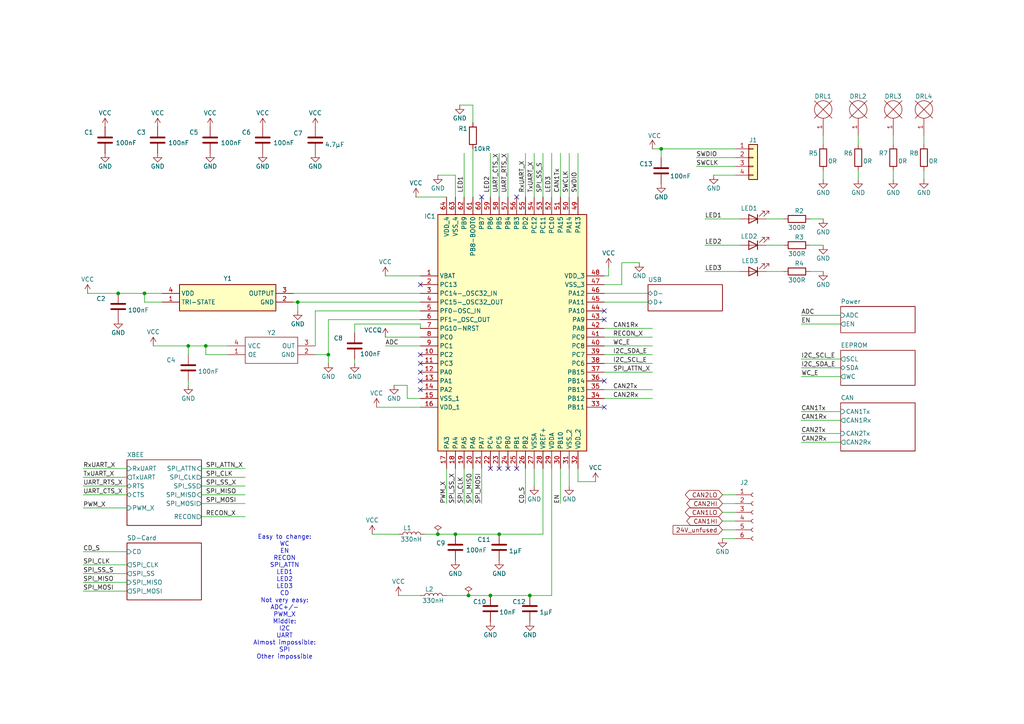
<source format=kicad_sch>
(kicad_sch (version 20250114) (generator "eeschema") (generator_version "9.0")
  (paper "A4")
  (title_block (title "HPF25 Telemetry Board") (date "2025-04-05") (rev "2.0") (company "Metropolia Motorsport") (comment 3 "ikar15012002@gmail.com") (comment 4 "Ivans Karsenieks"))
  (text "Easy to change:\nWC\nEN\nRECON\nSPI_ATTN\nLED1\nLED2\nLED3\nCD\nNot very easy:\nADC+/-\nPWM_X\nMiddle:\nI2C\nUART\nAlmost impossible:\nSPI\nOther impossible" (at 82.55 173.228 0) (effects (font (size 1.27 1.27))))
  (junction (at 153.67 172.72))
  (junction (at 142.24 172.72))
  (junction (at 191.77 43.18))
  (junction (at 132.08 154.94))
  (junction (at 135.89 172.72))
  (junction (at 95.25 102.87))
  (junction (at 86.36 87.63))
  (junction (at 41.91 85.09))
  (junction (at 59.69 100.33))
  (junction (at 54.61 100.33))
  (junction (at 34.29 85.09))
  (junction (at 127 154.94))
  (junction (at 144.78 154.94))
  (no_connect (at 144.78 135.89))
  (no_connect (at 121.92 113.03))
  (no_connect (at 121.92 105.41))
  (no_connect (at 175.26 90.17))
  (no_connect (at 142.24 135.89))
  (no_connect (at 149.86 57.15))
  (no_connect (at 147.32 135.89))
  (no_connect (at 121.92 102.87))
  (no_connect (at 175.26 92.71))
  (no_connect (at 121.92 82.55))
  (no_connect (at 175.26 118.11))
  (no_connect (at 175.26 110.49))
  (no_connect (at 139.7 57.15))
  (no_connect (at 149.86 135.89))
  (no_connect (at 121.92 107.95))
  (no_connect (at 121.92 110.49))
  (wire (pts (xy 157.48 44.45) (xy 157.48 57.15)))
  (wire (pts (xy 118.11 111.76) (xy 114.3 111.76)))
  (wire (pts (xy 232.41 106.68) (xy 243.84 106.68)))
  (wire (pts (xy 58.42 135.89) (xy 71.12 135.89)))
  (wire (pts (xy 175.26 87.63) (xy 187.96 87.63)))
  (wire (pts (xy 59.69 102.87) (xy 66.04 102.87)))
  (wire (pts (xy 115.57 172.72) (xy 121.92 172.72)))
  (wire (pts (xy 102.87 93.98) (xy 102.87 96.52)))
  (wire (pts (xy 176.53 77.47) (xy 176.53 80.01)))
  (wire (pts (xy 175.26 107.95) (xy 189.23 107.95)))
  (wire (pts (xy 58.42 149.86) (xy 71.12 149.86)))
  (wire (pts (xy 121.92 93.98) (xy 121.92 95.25)))
  (wire (pts (xy 259.08 49.53) (xy 259.08 52.07)))
  (wire (pts (xy 154.94 44.45) (xy 154.94 57.15)))
  (wire (pts (xy 137.16 135.89) (xy 137.16 146.05)))
  (wire (pts (xy 120.65 57.15) (xy 129.54 57.15)))
  (wire (pts (xy 58.42 138.43) (xy 71.12 138.43)))
  (wire (pts (xy 134.62 135.89) (xy 134.62 146.05)))
  (wire (pts (xy 191.77 45.72) (xy 191.77 43.18)))
  (wire (pts (xy 135.89 172.72) (xy 142.24 172.72)))
  (wire (pts (xy 137.16 35.56) (xy 137.16 30.48)))
  (wire (pts (xy 209.55 143.51) (xy 213.36 143.51)))
  (wire (pts (xy 232.41 91.44) (xy 243.84 91.44)))
  (wire (pts (xy 86.36 87.63) (xy 86.36 90.17)))
  (wire (pts (xy 46.99 87.63) (xy 41.91 87.63)))
  (wire (pts (xy 176.53 80.01) (xy 175.26 80.01)))
  (wire (pts (xy 232.41 128.27) (xy 243.84 128.27)))
  (wire (pts (xy 58.42 140.97) (xy 71.12 140.97)))
  (wire (pts (xy 123.19 154.94) (xy 127 154.94)))
  (wire (pts (xy 238.76 49.53) (xy 238.76 52.07)))
  (wire (pts (xy 139.7 135.89) (xy 139.7 146.05)))
  (wire (pts (xy 102.87 93.98) (xy 121.92 93.98)))
  (wire (pts (xy 147.32 44.45) (xy 147.32 57.15)))
  (wire (pts (xy 95.25 92.71) (xy 95.25 102.87)))
  (wire (pts (xy 132.08 57.15) (xy 132.08 50.8)))
  (wire (pts (xy 132.08 154.94) (xy 127 154.94)))
  (wire (pts (xy 121.92 90.17) (xy 91.44 90.17)))
  (wire (pts (xy 144.78 44.45) (xy 144.78 57.15)))
  (wire (pts (xy 167.64 139.7) (xy 172.72 139.7)))
  (wire (pts (xy 25.4 85.09) (xy 34.29 85.09)))
  (wire (pts (xy 111.76 97.79) (xy 121.92 97.79)))
  (wire (pts (xy 137.16 43.18) (xy 137.16 57.15)))
  (wire (pts (xy 59.69 100.33) (xy 66.04 100.33)))
  (wire (pts (xy 111.76 80.01) (xy 121.92 80.01)))
  (wire (pts (xy 137.16 30.48) (xy 133.35 30.48)))
  (wire (pts (xy 24.13 166.37) (xy 36.83 166.37)))
  (wire (pts (xy 165.1 44.45) (xy 165.1 57.15)))
  (wire (pts (xy 142.24 44.45) (xy 142.24 57.15)))
  (wire (pts (xy 58.42 146.05) (xy 71.12 146.05)))
  (wire (pts (xy 267.97 39.37) (xy 267.97 41.91)))
  (wire (pts (xy 24.13 160.02) (xy 36.83 160.02)))
  (wire (pts (xy 204.47 63.5) (xy 214.63 63.5)))
  (wire (pts (xy 144.78 154.94) (xy 157.48 154.94)))
  (wire (pts (xy 86.36 87.63) (xy 121.92 87.63)))
  (wire (pts (xy 165.1 135.89) (xy 165.1 140.97)))
  (wire (pts (xy 24.13 135.89) (xy 36.83 135.89)))
  (wire (pts (xy 162.56 135.89) (xy 162.56 146.05)))
  (wire (pts (xy 162.56 44.45) (xy 162.56 57.15)))
  (wire (pts (xy 129.54 172.72) (xy 135.89 172.72)))
  (wire (pts (xy 132.08 135.89) (xy 132.08 146.05)))
  (wire (pts (xy 175.26 95.25) (xy 189.23 95.25)))
  (wire (pts (xy 102.87 104.14) (xy 102.87 105.41)))
  (wire (pts (xy 44.45 100.33) (xy 54.61 100.33)))
  (wire (pts (xy 85.09 87.63) (xy 86.36 87.63)))
  (wire (pts (xy 232.41 93.98) (xy 243.84 93.98)))
  (wire (pts (xy 24.13 147.32) (xy 36.83 147.32)))
  (wire (pts (xy 58.42 143.51) (xy 71.12 143.51)))
  (wire (pts (xy 167.64 135.89) (xy 167.64 139.7)))
  (wire (pts (xy 24.13 168.91) (xy 36.83 168.91)))
  (wire (pts (xy 238.76 39.37) (xy 238.76 41.91)))
  (wire (pts (xy 153.67 172.72) (xy 160.02 172.72)))
  (wire (pts (xy 54.61 100.33) (xy 54.61 102.87)))
  (wire (pts (xy 91.44 90.17) (xy 91.44 100.33)))
  (wire (pts (xy 85.09 85.09) (xy 121.92 85.09)))
  (wire (pts (xy 107.95 154.94) (xy 115.57 154.94)))
  (wire (pts (xy 24.13 140.97) (xy 36.83 140.97)))
  (wire (pts (xy 160.02 135.89) (xy 160.02 172.72)))
  (wire (pts (xy 189.23 43.18) (xy 191.77 43.18)))
  (wire (pts (xy 175.26 113.03) (xy 189.23 113.03)))
  (wire (pts (xy 209.55 156.21) (xy 213.36 156.21)))
  (wire (pts (xy 180.34 82.55) (xy 180.34 76.2)))
  (wire (pts (xy 234.95 71.12) (xy 238.76 71.12)))
  (wire (pts (xy 24.13 171.45) (xy 36.83 171.45)))
  (wire (pts (xy 157.48 154.94) (xy 157.48 135.89)))
  (wire (pts (xy 175.26 82.55) (xy 180.34 82.55)))
  (wire (pts (xy 234.95 78.74) (xy 238.76 78.74)))
  (wire (pts (xy 267.97 49.53) (xy 267.97 52.07)))
  (wire (pts (xy 222.25 71.12) (xy 227.33 71.12)))
  (wire (pts (xy 41.91 85.09) (xy 46.99 85.09)))
  (wire (pts (xy 201.93 45.72) (xy 213.36 45.72)))
  (wire (pts (xy 232.41 119.38) (xy 243.84 119.38)))
  (wire (pts (xy 175.26 100.33) (xy 189.23 100.33)))
  (wire (pts (xy 201.93 48.26) (xy 213.36 48.26)))
  (wire (pts (xy 191.77 43.18) (xy 213.36 43.18)))
  (wire (pts (xy 154.94 135.89) (xy 154.94 140.97)))
  (wire (pts (xy 209.55 148.59) (xy 213.36 148.59)))
  (wire (pts (xy 24.13 143.51) (xy 36.83 143.51)))
  (wire (pts (xy 209.55 146.05) (xy 213.36 146.05)))
  (wire (pts (xy 134.62 44.45) (xy 134.62 57.15)))
  (wire (pts (xy 222.25 63.5) (xy 227.33 63.5)))
  (wire (pts (xy 121.92 92.71) (xy 95.25 92.71)))
  (wire (pts (xy 232.41 125.73) (xy 243.84 125.73)))
  (wire (pts (xy 232.41 121.92) (xy 243.84 121.92)))
  (wire (pts (xy 24.13 138.43) (xy 36.83 138.43)))
  (wire (pts (xy 248.92 49.53) (xy 248.92 52.07)))
  (wire (pts (xy 152.4 135.89) (xy 152.4 146.05)))
  (wire (pts (xy 213.36 50.8) (xy 207.01 50.8)))
  (wire (pts (xy 121.92 115.57) (xy 118.11 115.57)))
  (wire (pts (xy 111.76 100.33) (xy 121.92 100.33)))
  (wire (pts (xy 209.55 153.67) (xy 213.36 153.67)))
  (wire (pts (xy 91.44 102.87) (xy 95.25 102.87)))
  (wire (pts (xy 204.47 71.12) (xy 214.63 71.12)))
  (wire (pts (xy 167.64 44.45) (xy 167.64 57.15)))
  (wire (pts (xy 34.29 85.09) (xy 41.91 85.09)))
  (wire (pts (xy 118.11 115.57) (xy 118.11 111.76)))
  (wire (pts (xy 41.91 87.63) (xy 41.91 85.09)))
  (wire (pts (xy 132.08 50.8) (xy 127 50.8)))
  (wire (pts (xy 180.34 76.2) (xy 185.42 76.2)))
  (wire (pts (xy 175.26 115.57) (xy 189.23 115.57)))
  (wire (pts (xy 175.26 102.87) (xy 189.23 102.87)))
  (wire (pts (xy 232.41 109.22) (xy 243.84 109.22)))
  (wire (pts (xy 175.26 97.79) (xy 189.23 97.79)))
  (wire (pts (xy 59.69 100.33) (xy 59.69 102.87)))
  (wire (pts (xy 204.47 78.74) (xy 214.63 78.74)))
  (wire (pts (xy 95.25 102.87) (xy 95.25 105.41)))
  (wire (pts (xy 222.25 78.74) (xy 227.33 78.74)))
  (wire (pts (xy 248.92 39.37) (xy 248.92 41.91)))
  (wire (pts (xy 129.54 146.05) (xy 129.54 135.89)))
  (wire (pts (xy 160.02 44.45) (xy 160.02 57.15)))
  (wire (pts (xy 54.61 100.33) (xy 59.69 100.33)))
  (wire (pts (xy 232.41 104.14) (xy 243.84 104.14)))
  (wire (pts (xy 132.08 154.94) (xy 144.78 154.94)))
  (wire (pts (xy 209.55 151.13) (xy 213.36 151.13)))
  (wire (pts (xy 175.26 105.41) (xy 189.23 105.41)))
  (wire (pts (xy 142.24 172.72) (xy 153.67 172.72)))
  (wire (pts (xy 24.13 163.83) (xy 36.83 163.83)))
  (wire (pts (xy 175.26 85.09) (xy 187.96 85.09)))
  (wire (pts (xy 152.4 44.45) (xy 152.4 57.15)))
  (wire (pts (xy 109.22 118.11) (xy 121.92 118.11)))
  (wire (pts (xy 259.08 39.37) (xy 259.08 41.91)))
  (wire (pts (xy 54.61 110.49) (xy 54.61 111.76)))
  (wire (pts (xy 234.95 63.5) (xy 238.76 63.5)))
  (label "SPI_ATTN_X" (at 177.8 107.95 0))
  (label "RECON_X" (at 177.8 97.79 0))
  (label "LED3" (at 204.47 78.74 0))
  (label "CAN2Rx" (at 232.41 128.27 0))
  (label "UART_CTS_X" (at 24.13 143.51 0))
  (label "TxUART_X" (at 154.94 55.88 90))
  (label "CD_S" (at 152.4 146.05 90))
  (label "CD_S" (at 24.13 160.02 0))
  (label "CAN1Rx" (at 232.41 121.92 0))
  (label "LED2" (at 142.24 55.88 90))
  (label "SWDIO" (at 167.64 55.88 90))
  (label "UART_RTS_X" (at 24.13 140.97 0))
  (label "CAN1Tx" (at 232.41 119.38 0))
  (label "UART_CTS_X" (at 144.78 55.88 90))
  (label "SPI_CLK" (at 134.62 146.05 90))
  (label "TxUART_X" (at 24.13 138.43 0))
  (label "RxUART_X" (at 24.13 135.89 0))
  (label "CAN2Tx" (at 232.41 125.73 0))
  (label "CAN1Rx" (at 177.8 95.25 0))
  (label "SPI_CLK" (at 59.69 138.43 0))
  (label "I2C_SDA_E" (at 232.41 106.68 0))
  (label "SWCLK" (at 201.93 48.26 0))
  (label "I2C_SDA_E" (at 177.8 102.87 0))
  (label "SWDIO" (at 201.93 45.72 0))
  (label "SPI_ATTN_X" (at 59.69 135.89 0))
  (label "ADC" (at 111.76 100.33 0))
  (label "LED3" (at 160.02 55.88 90))
  (label "SPI_SS_S" (at 157.48 55.88 90))
  (label "RECON_X" (at 59.69 149.86 0))
  (label "SPI_MISO" (at 137.16 146.05 90))
  (label "WC_E" (at 232.41 109.22 0))
  (label "EN" (at 232.41 93.98 0))
  (label "SPI_CLK" (at 24.13 163.83 0))
  (label "CAN2Rx" (at 177.8 115.57 0))
  (label "SPI_MISO" (at 24.13 168.91 0))
  (label "PWM_X" (at 129.54 146.05 90))
  (label "ADC" (at 232.41 91.44 0))
  (label "LED2" (at 204.47 71.12 0))
  (label "I2C_SCL_E" (at 177.8 105.41 0))
  (label "SPI_MOSI" (at 139.7 146.05 90))
  (label "SPI_MISO" (at 59.69 143.51 0))
  (label "SPI_SS_S" (at 24.13 166.37 0))
  (label "UART_RTS_X" (at 147.32 55.88 90))
  (label "EN" (at 162.56 146.05 90))
  (label "RxUART_X" (at 152.4 55.88 90))
  (label "LED1" (at 204.47 63.5 0))
  (label "CAN1Tx" (at 162.56 55.88 90))
  (label "SPI_MOSI" (at 59.69 146.05 0))
  (label "I2C_SCL_E" (at 232.41 104.14 0))
  (label "SPI_SS_X" (at 132.08 146.05 90))
  (label "SPI_MOSI" (at 24.13 171.45 0))
  (label "CAN2Tx" (at 177.8 113.03 0))
  (label "LED1" (at 134.62 55.88 90))
  (label "PWM_X" (at 24.13 147.32 0))
  (label "WC_E" (at 177.8 100.33 0))
  (label "SPI_SS_X" (at 59.69 140.97 0))
  (label "SWCLK" (at 165.1 55.88 90))
  (global_label "CAN1HI" (shape bidirectional) (at 209.55 151.13 180) (property "Intersheetrefs" "${INTERSHEET_REFS}" (effects (hide yes))))
  (global_label "CAN1LO" (shape bidirectional) (at 209.55 148.59 180) (property "Intersheetrefs" "${INTERSHEET_REFS}" (effects (hide yes))))
  (global_label "CAN2HI" (shape bidirectional) (at 209.55 146.05 180) (property "Intersheetrefs" "${INTERSHEET_REFS}" (effects (hide yes))))
  (global_label "CAN2LO" (shape bidirectional) (at 209.55 143.51 180) (property "Intersheetrefs" "${INTERSHEET_REFS}" (effects (hide yes))))
  (global_label "24V_unfused" (shape input) (at 209.55 153.67 180) (property "Intersheetrefs" "${INTERSHEET_REFS}" (effects (hide yes))))
  (symbol (lib_id "ECS-327MVATX-3-CN-TR3:ECS-327MVATX-3-CN-TR3") (at 46.99 85.09 0) (unit 1)
    (property "Reference" "Y1" (at 66.04 80.772 0))
    (property "Value" "ECS-327MVATX-3-CN-TR3" (effects (hide yes)))
    (property "Footprint" "Oscillator:ECS327MVATX3CNTR" (effects (hide yes)))
    (property "Datasheet" "https://ecsxtal.com/store/pdf/ECS-327MVATX.pdf" (effects (hide yes)))
    (property "Description" "Standard Clock Oscillators 32.768KHZ, MULTI-VOLT, 1.6 3.63V, +/-25 ppm, -40 +85 C, 3.2 x 2.5 mm, RoHS" (effects (hide yes)))
    (property "Height" "1.2" (effects (hide yes)))
    (property "Mouser Part Number" "520-327MVATX-3-CNTR3" (effects (hide yes)))
    (property "Mouser Price/Stock" "https://www.mouser.co.uk/ProductDetail/ECS/ECS-327MVATX-3-CN-TR3?qs=7D1LtPJG0i3L3MR3fxRPfQ%3D%3D" (effects (hide yes)))
    (property "Manufacturer_Name" "ECS" (effects (hide yes)))
    (property "Manufacturer_Part_Number" "ECS-327MVATX-3-CN-TR3" (effects (hide yes)))
  )
  (symbol (lib_id "Device:L") (at 119.38 154.94 90) (unit 1)
    (property "Reference" "L1" (at 119.38 152.4 90) (effects (justify left bottom)))
    (property "Value" "330nH" (at 122.428 155.702 90) (effects (justify left bottom)))
    (property "Footprint" "Inductor_SMD:L_0805_2012Metric_Pad1.15x1.40mm_HandSolder" (effects (hide yes)))
    (property "Description" "BDCC00201208R33MWA" (effects (hide yes)))
    (property "SHIELDING" "Shielded" (effects (hide yes)))
    (property "TEST FREQUENCY" "2MHz" (effects (hide yes)))
    (property "MIN OPERATING TEMPERATURE" "-40°C" (effects (hide yes)))
    (property "TOLERANCE" "20%" (effects (hide yes)))
    (property "DC RESISTANCE (DCR)" "24mR" (effects (hide yes)))
    (property "MAX OPERATING TEMPERATURE" "125°C" (effects (hide yes)))
    (property "TERMINATION" "One Surface" (effects (hide yes)))
    (property "CORE MATERIAL" "Ferrite" (effects (hide yes)))
    (property "CHANNELS" "1" (effects (hide yes)))
    (property "INDUCTANCE-NOM (L)" "0.33uH" (effects (hide yes)))
    (property "INDUCTOR APPLICATION" "RF INDUCTOR" (effects (hide yes)))
    (property "INDUCTOR TYPE" "GENERAL PURPOSE INDUCTOR" (effects (hide yes)))
    (property "MAX CURRENT RATING" "4A" (effects (hide yes)))
    (property "PINS" "2" (effects (hide yes)))
    (property "REACH SVHC COMPLIANT" "Yes" (effects (hide yes)))
    (property "ROHS COMPLIANT" "Yes" (effects (hide yes)))
    (property "SHAPE/SIZE DESCRIPTION" "RECTANGULAR PACKAGE" (effects (hide yes)))
    (property "SURFACE MOUNT" "Yes" (effects (hide yes)))
    (property "TERMINAL PLACEMENT" "Dual Ended" (effects (hide yes)))
    (property "ALTIUM_VALUE" "330nH" (effects (hide yes)))
  )
  (symbol (lib_name "VCC_1") (lib_id "power:VCC") (at 44.45 100.33 0) (unit 1)
    (property "Reference" "#PWR05" (effects (hide yes)))
    (property "Value" "VCC" (at 44.45 96.266 0))
    (property "Description" "Power symbol creates a global label with name \"VCC\"" (effects (hide yes)))
  )
  (symbol (lib_name "VCC_1") (lib_id "power:VCC") (at 109.22 118.11 0) (unit 1)
    (property "Reference" "#PWR019" (effects (hide yes)))
    (property "Value" "VCC" (at 109.22 114.046 0))
    (property "Description" "Power symbol creates a global label with name \"VCC\"" (effects (hide yes)))
  )
  (symbol (lib_id "motorsport_MCU-rescue:HOLE4.28.4-general") (at 248.92 31.75 0) (unit 1)
    (property "Reference" "DRL2" (at 246.38 27.94 0) (effects (justify left)))
    (property "Value" "HOLE4.28.4" (effects (hide yes)))
    (property "Footprint" "MountingHole:MountingHole_2.2mm_M2_Pad" (effects (hide yes)))
  )
  (symbol (lib_id "power:GND") (at 86.36 90.17 0) (unit 1)
    (property "Reference" "#PWR013" (effects (hide yes)))
    (property "Value" "GND" (at 86.36 93.98 0))
    (property "Description" "Power symbol creates a global label with name \"GND\" , ground" (effects (hide yes)))
  )
  (symbol (lib_name "VCC_1") (lib_id "power:VCC") (at 60.96 36.83 0) (unit 1)
    (property "Reference" "#PWR09" (effects (hide yes)))
    (property "Value" "VCC" (at 60.96 32.766 0))
    (property "Description" "Power symbol creates a global label with name \"VCC\"" (effects (hide yes)))
  )
  (symbol (lib_id "Device:C") (at 142.24 176.53 0) (unit 1)
    (property "Reference" "C10" (at 137.16 175.26 0) (effects (justify left bottom)))
    (property "Value" "10nF" (at 144.78 178.308 0) (effects (justify left bottom)))
    (property "Footprint" "Capacitor_SMD:C_0805_2012Metric_Pad1.18x1.45mm_HandSolder" (effects (hide yes)))
    (property "Description" "C0805C103KARACAUTO" (effects (hide yes)))
    (property "HEIGHT" "0.78mm" (effects (hide yes)))
    (property "MIN OPERATING TEMPERATURE" "-55°C" (effects (hide yes)))
    (property "LENGTH" "2mm" (effects (hide yes)))
    (property "MAX OPERATING TEMPERATURE" "125°C" (effects (hide yes)))
    (property "CASE/PACKAGE" "0805" (effects (hide yes)))
    (property "WIDTH" "1.25mm" (effects (hide yes)))
    (property "PACKAGING" "Tape and Reel" (effects (hide yes)))
    (property "CAPACITOR TYPE" "Ceramic" (effects (hide yes)))
    (property "DIELECTRIC MATERIAL" "Ceramic" (effects (hide yes)))
    (property "JESD-609 CODE" "e3" (effects (hide yes)))
    (property "MOUNTING TECHNOLOGY" "Surface Mount" (effects (hide yes)))
    (property "MULTILAYER" "Yes" (effects (hide yes)))
    (property "PACKAGE SHAPE" "Rectangular" (effects (hide yes)))
    (property "PACKAGE STYLE" "SMTMeter" (effects (hide yes)))
    (property "PINS" "2" (effects (hide yes)))
    (property "RATED DC VOLTAGE (URDC)" "250V" (effects (hide yes)))
    (property "REACH SVHC COMPLIANT" "Yes" (effects (hide yes)))
    (property "REFERENCE STANDARD" "AEC-Q200" (effects (hide yes)))
    (property "ROHS COMPLIANT" "Yes" (effects (hide yes)))
    (property "TEMPERATURE CHARACTERISTICS CODE" "X7R" (effects (hide yes)))
    (property "TERMINAL FINISH" "Nickel" (effects (hide yes)))
    (property "TERMINATION" "Wraparound" (effects (hide yes)))
    (property "TOLERANCE  (FILL IN AS +-)" "10%" (effects (hide yes)))
    (property "TOLERANCE (FILL IN AS +-)" "10%" (effects (hide yes)))
    (property "ALTIUM_VALUE" "10nF" (effects (hide yes)))
  )
  (symbol (lib_id "Device:R") (at 267.97 45.72 180) (unit 1)
    (property "Reference" "R8" (at 266.446 44.45 0) (effects (justify left)))
    (property "Value" "0R" (at 272.034 46.736 0) (effects (justify left)))
    (property "Footprint" "Resistor_SMD:R_0805_2012Metric_Pad1.20x1.40mm_HandSolder" (effects (hide yes)))
  )
  (symbol (lib_id "Device:C") (at 91.44 40.64 0) (unit 1)
    (property "Reference" "C7" (at 85.09 39.37 0) (effects (justify left bottom)))
    (property "Value" "4.7µF" (at 94.234 42.672 0) (effects (justify left bottom)))
    (property "Footprint" "Capacitor_SMD:C_0805_2012Metric_Pad1.18x1.45mm_HandSolder" (effects (hide yes)))
    (property "Description" "GRM21BZ71H475KE15L" (effects (hide yes)))
    (property "ALTIUM_VALUE" "4.7µF" (effects (hide yes)))
    (property "CAPACITOR TYPE" "Ceramic" (effects (hide yes)))
    (property "CASE/PACKAGE" "0805" (effects (hide yes)))
    (property "DIELECTRIC MATERIAL" "Ceramic" (effects (hide yes)))
    (property "JESD-609 CODE" "e3" (effects (hide yes)))
    (property "MAX OPERATING TEMPERATURE" "125°C" (effects (hide yes)))
    (property "MIN OPERATING TEMPERATURE" "-55°C" (effects (hide yes)))
    (property "MOUNTING TECHNOLOGY" "Surface Mount" (effects (hide yes)))
    (property "MULTILAYER" "Yes" (effects (hide yes)))
    (property "PACKAGE SHAPE" "Rectangular" (effects (hide yes)))
    (property "PACKAGING" "Tape and Reel" (effects (hide yes)))
    (property "PINS" "2" (effects (hide yes)))
    (property "RATED DC VOLTAGE (URDC)" "50V" (effects (hide yes)))
    (property "REACH SVHC COMPLIANT" "Yes" (effects (hide yes)))
    (property "ROHS COMPLIANT" "Yes" (effects (hide yes)))
    (property "TEMPERATURE CHARACTERISTICS CODE" "X7R" (effects (hide yes)))
    (property "TERMINAL FINISH" "Nickel" (effects (hide yes)))
    (property "TERMINATION" "Wraparound" (effects (hide yes)))
    (property "TOLERANCE  (FILL IN AS +-)" "10%" (effects (hide yes)))
    (property "TOLERANCE (FILL IN AS +-)" "10%" (effects (hide yes)))
  )
  (symbol (lib_id "Device:R") (at 231.14 78.74 90) (unit 1)
    (property "Reference" "R4" (at 233.172 75.692 90) (effects (justify left bottom)))
    (property "Value" "300R" (at 233.68 80.518 90) (effects (justify left bottom)))
    (property "Footprint" "Resistor_SMD:R_0805_2012Metric_Pad1.20x1.40mm_HandSolder" (effects (hide yes)))
    (property "Description" "ESR10EZPJ301" (effects (hide yes)))
    (property "TEMPERATURE COEFFICIENT" "200ppm/°C" (effects (hide yes)))
    (property "MAX POWER DISSIPATION" "400mW" (effects (hide yes)))
    (property "MAX OPERATING TEMPERATURE" "155°C" (effects (hide yes)))
    (property "CASE CODE (METRIC)" "2012" (effects (hide yes)))
    (property "HEIGHT - SEATED (MAX)" "0.026inch" (effects (hide yes)))
    (property "CASE CODE (IMPERIAL)" "0805" (effects (hide yes)))
    (property "POWER RATING" "400mW" (effects (hide yes)))
    (property "TOLERANCE" "5%" (effects (hide yes)))
    (property "SIZE CODE" "0805" (effects (hide yes)))
    (property "SERIES" "ESR" (effects (hide yes)))
    (property "ROHS COMPLIANT" "Yes" (effects (hide yes)))
    (property "FEATURES" "Automotive AEC-Q200" (effects (hide yes)))
    (property "MIN OPERATING TEMPERATURE" "-55°C" (effects (hide yes)))
    (property "CASE/PACKAGE" "0805" (effects (hide yes)))
    (property "LENGTH" "0.079inch" (effects (hide yes)))
    (property "NUMBER OF TERMINATIONS" "2" (effects (hide yes)))
    (property "RESISTOR TYPE" "Thick Film" (effects (hide yes)))
    (property "WIDTH" "0.049inch" (effects (hide yes)))
    (property "LEAD FREE" "Lead Free" (effects (hide yes)))
    (property "RESISTANCE" "300R" (effects (hide yes)))
    (property "PACKAGE QUANTITY" "1" (effects (hide yes)))
    (property "PACKAGING" "Tape and Reel" (effects (hide yes)))
    (property "HEIGHT" "0.026inch" (effects (hide yes)))
    (property "ALTIUM_VALUE" "300R" (effects (hide yes)))
  )
  (symbol (lib_name "VCC_5") (lib_id "power:VCC") (at 189.23 43.18 0) (unit 1)
    (property "Reference" "#PWR036" (effects (hide yes)))
    (property "Value" "VCC" (at 191.77 39.37 0) (effects (justify right)))
    (property "Description" "Power symbol creates a global label with name \"VCC\"" (effects (hide yes)))
  )
  (symbol (lib_id "motorsport_MCU-rescue:HOLE4.28.4-general") (at 238.76 31.75 0) (unit 1)
    (property "Reference" "DRL1" (at 236.22 27.94 0) (effects (justify left)))
    (property "Value" "HOLE4.28.4" (effects (hide yes)))
    (property "Footprint" "MountingHole:MountingHole_2.2mm_M2_Pad" (effects (hide yes)))
  )
  (symbol (lib_name "VCC_1") (lib_id "power:VCC") (at 45.72 36.83 0) (unit 1)
    (property "Reference" "#PWR06" (effects (hide yes)))
    (property "Value" "VCC" (at 45.72 32.766 0))
    (property "Description" "Power symbol creates a global label with name \"VCC\"" (effects (hide yes)))
  )
  (symbol (lib_id "motorsport_MCU-rescue:HOLE4.28.4-general") (at 267.97 31.75 0) (unit 1)
    (property "Reference" "DRL4" (at 265.43 27.94 0) (effects (justify left)))
    (property "Value" "HOLE4.28.4" (effects (hide yes)))
    (property "Footprint" "MountingHole:MountingHole_2.2mm_M2_Pad" (effects (hide yes)))
  )
  (symbol (lib_id "power:GND") (at 267.97 52.07 0) (unit 1)
    (property "Reference" "#PWR046" (effects (hide yes)))
    (property "Value" "GND" (at 267.97 55.88 0))
  )
  (symbol (lib_id "power:GND") (at 191.77 53.34 0) (unit 1)
    (property "Reference" "#PWR037" (effects (hide yes)))
    (property "Value" "GND" (at 191.77 57.15 0))
    (property "Description" "Power symbol creates a global label with name \"GND\" , ground" (effects (hide yes)))
  )
  (symbol (lib_name "VCC_1") (lib_id "power:VCC") (at 115.57 172.72 0) (unit 1)
    (property "Reference" "#PWR023" (effects (hide yes)))
    (property "Value" "VCC" (at 115.57 168.656 0))
    (property "Description" "Power symbol creates a global label with name \"VCC\"" (effects (hide yes)))
  )
  (symbol (lib_name "VCC_1") (lib_id "power:VCC") (at 91.44 36.83 0) (unit 1)
    (property "Reference" "#PWR014" (effects (hide yes)))
    (property "Value" "VCC" (at 91.44 32.766 0))
    (property "Description" "Power symbol creates a global label with name \"VCC\"" (effects (hide yes)))
  )
  (symbol (lib_name "VCC_1") (lib_id "power:VCC") (at 107.95 154.94 0) (unit 1)
    (property "Reference" "#PWR018" (effects (hide yes)))
    (property "Value" "VCC" (at 107.95 150.876 0))
    (property "Description" "Power symbol creates a global label with name \"VCC\"" (effects (hide yes)))
  )
  (symbol (lib_id "Device:C") (at 191.77 49.53 0) (unit 1)
    (property "Reference" "C13" (at 185.42 48.26 0) (effects (justify left bottom)))
    (property "Value" "100nF" (at 194.31 51.816 0) (effects (justify left bottom)))
    (property "Footprint" "Capacitor_SMD:C_0805_2012Metric_Pad1.18x1.45mm_HandSolder" (effects (hide yes)))
    (property "Description" "08055C104KAT4A" (effects (hide yes)))
    (property "HEIGHT" "0.94mm" (effects (hide yes)))
    (property "ALTIUM_VALUE" "100nF" (effects (hide yes)))
    (property "CAPACITOR TYPE" "Ceramic" (effects (hide yes)))
    (property "CASE/PACKAGE" "0805" (effects (hide yes)))
    (property "DIELECTRIC MATERIAL" "Ceramic" (effects (hide yes)))
    (property "JESD-609 CODE" "e3" (effects (hide yes)))
    (property "LENGTH" "2.01mm" (effects (hide yes)))
    (property "MAX OPERATING TEMPERATURE" "125°C" (effects (hide yes)))
    (property "MIN OPERATING TEMPERATURE" "-55°C" (effects (hide yes)))
    (property "MOUNTING TECHNOLOGY" "Surface Mount" (effects (hide yes)))
    (property "MULTILAYER" "Yes" (effects (hide yes)))
    (property "PACKAGE SHAPE" "Rectangular" (effects (hide yes)))
    (property "PACKAGE STYLE" "SMTMeter" (effects (hide yes)))
    (property "PACKAGING" "Tape and Reel" (effects (hide yes)))
    (property "PINS" "2" (effects (hide yes)))
    (property "RATED DC VOLTAGE (URDC)" "50V" (effects (hide yes)))
    (property "REACH SVHC COMPLIANT" "Yes" (effects (hide yes)))
    (property "ROHS COMPLIANT" "Yes" (effects (hide yes)))
    (property "TEMPERATURE CHARACTERISTICS CODE" "X7R" (effects (hide yes)))
    (property "TERMINAL FINISH" "Nickel" (effects (hide yes)))
    (property "TERMINATION" "Wraparound" (effects (hide yes)))
    (property "TOLERANCE  (FILL IN AS +-)" "10%" (effects (hide yes)))
    (property "TOLERANCE (FILL IN AS +-)" "10%" (effects (hide yes)))
    (property "WIDTH" "1.25mm" (effects (hide yes)))
  )
  (symbol (lib_id "power:GND") (at 34.29 92.71 0) (unit 1)
    (property "Reference" "#PWR04" (effects (hide yes)))
    (property "Value" "GND" (at 34.29 96.52 0))
    (property "Description" "Power symbol creates a global label with name \"GND\" , ground" (effects (hide yes)))
  )
  (symbol (lib_id "Device:C") (at 54.61 106.68 0) (unit 1)
    (property "Reference" "C4" (at 48.26 105.156 0) (effects (justify left bottom)))
    (property "Value" "100nF" (at 57.404 108.458 0) (effects (justify left bottom)))
    (property "Footprint" "Capacitor_SMD:C_0805_2012Metric_Pad1.18x1.45mm_HandSolder" (effects (hide yes)))
    (property "Description" "08055C104KAT4A" (effects (hide yes)))
    (property "HEIGHT" "0.94mm" (effects (hide yes)))
    (property "ALTIUM_VALUE" "100nF" (effects (hide yes)))
    (property "CAPACITOR TYPE" "Ceramic" (effects (hide yes)))
    (property "CASE/PACKAGE" "0805" (effects (hide yes)))
    (property "DIELECTRIC MATERIAL" "Ceramic" (effects (hide yes)))
    (property "JESD-609 CODE" "e3" (effects (hide yes)))
    (property "LENGTH" "2.01mm" (effects (hide yes)))
    (property "MAX OPERATING TEMPERATURE" "125°C" (effects (hide yes)))
    (property "MIN OPERATING TEMPERATURE" "-55°C" (effects (hide yes)))
    (property "MOUNTING TECHNOLOGY" "Surface Mount" (effects (hide yes)))
    (property "MULTILAYER" "Yes" (effects (hide yes)))
    (property "PACKAGE SHAPE" "Rectangular" (effects (hide yes)))
    (property "PACKAGE STYLE" "SMTMeter" (effects (hide yes)))
    (property "PACKAGING" "Tape and Reel" (effects (hide yes)))
    (property "PINS" "2" (effects (hide yes)))
    (property "RATED DC VOLTAGE (URDC)" "50V" (effects (hide yes)))
    (property "REACH SVHC COMPLIANT" "Yes" (effects (hide yes)))
    (property "ROHS COMPLIANT" "Yes" (effects (hide yes)))
    (property "TEMPERATURE CHARACTERISTICS CODE" "X7R" (effects (hide yes)))
    (property "TERMINAL FINISH" "Nickel" (effects (hide yes)))
    (property "TERMINATION" "Wraparound" (effects (hide yes)))
    (property "TOLERANCE  (FILL IN AS +-)" "10%" (effects (hide yes)))
    (property "TOLERANCE (FILL IN AS +-)" "10%" (effects (hide yes)))
    (property "WIDTH" "1.25mm" (effects (hide yes)))
  )
  (symbol (lib_id "power:GND") (at 207.01 50.8 0) (unit 1)
    (property "Reference" "#PWR038" (effects (hide yes)))
    (property "Value" "GND" (at 207.01 54.61 0))
    (property "Description" "Power symbol creates a global label with name \"GND\" , ground" (effects (hide yes)))
  )
  (symbol (lib_id "Device:C") (at 144.78 158.75 0) (unit 1)
    (property "Reference" "C11" (at 138.43 157.226 0) (effects (justify left bottom)))
    (property "Value" "1µF" (at 147.574 160.528 0) (effects (justify left bottom)))
    (property "Footprint" "Capacitor_SMD:C_0805_2012Metric_Pad1.18x1.45mm_HandSolder" (effects (hide yes)))
    (property "Description" "08053C105KAZ2A" (effects (hide yes)))
    (property "MAX OPERATING TEMPERATURE" "125°C" (effects (hide yes)))
    (property "CASE/PACKAGE" "0805" (effects (hide yes)))
    (property "PACKAGING" "Tape and Reel" (effects (hide yes)))
    (property "MIN OPERATING TEMPERATURE" "-55°C" (effects (hide yes)))
    (property "CAPACITOR TYPE" "Ceramic" (effects (hide yes)))
    (property "DIELECTRIC MATERIAL" "Ceramic" (effects (hide yes)))
    (property "HEIGHT" "1.4mm" (effects (hide yes)))
    (property "JESD-609 CODE" "e3" (effects (hide yes)))
    (property "LENGTH" "2.01mm" (effects (hide yes)))
    (property "MOUNTING TECHNOLOGY" "Surface Mount" (effects (hide yes)))
    (property "MULTILAYER" "Yes" (effects (hide yes)))
    (property "PACKAGE SHAPE" "Rectangular" (effects (hide yes)))
    (property "PACKAGE STYLE" "SMTMeter" (effects (hide yes)))
    (property "PINS" "2" (effects (hide yes)))
    (property "RATED DC VOLTAGE (URDC)" "25V" (effects (hide yes)))
    (property "REACH SVHC COMPLIANT" "Yes" (effects (hide yes)))
    (property "REFERENCE STANDARD" "AEC-Q200" (effects (hide yes)))
    (property "ROHS COMPLIANT" "Yes" (effects (hide yes)))
    (property "TEMPERATURE CHARACTERISTICS CODE" "X7R" (effects (hide yes)))
    (property "TERMINAL FINISH" "Nickel" (effects (hide yes)))
    (property "TERMINATION" "Wraparound" (effects (hide yes)))
    (property "TOLERANCE  (FILL IN AS +-)" "10%" (effects (hide yes)))
    (property "TOLERANCE (FILL IN AS +-)" "10%" (effects (hide yes)))
    (property "ALTIUM_VALUE" "1µF" (effects (hide yes)))
    (property "WIDTH" "1.25mm" (effects (hide yes)))
  )
  (symbol (lib_id "Telemetry-Board-rescue:GND-power-Telemetry-Board-rescue-Telemetry-Board-rescue") (at 144.78 162.56 0) (unit 1)
    (property "Reference" "#PWR029" (effects (hide yes)))
    (property "Value" "GND" (at 144.78 166.37 0))
  )
  (symbol (lib_id "Device:C") (at 30.48 40.64 0) (unit 1)
    (property "Reference" "C1" (at 24.384 39.116 0) (effects (justify left bottom)))
    (property "Value" "100nF" (at 33.528 42.164 0) (effects (justify left bottom)))
    (property "Footprint" "Capacitor_SMD:C_0805_2012Metric_Pad1.18x1.45mm_HandSolder" (effects (hide yes)))
    (property "Description" "08055C104KAT4A" (effects (hide yes)))
    (property "HEIGHT" "0.94mm" (effects (hide yes)))
    (property "ALTIUM_VALUE" "100nF" (effects (hide yes)))
    (property "CAPACITOR TYPE" "Ceramic" (effects (hide yes)))
    (property "CASE/PACKAGE" "0805" (effects (hide yes)))
    (property "DIELECTRIC MATERIAL" "Ceramic" (effects (hide yes)))
    (property "JESD-609 CODE" "e3" (effects (hide yes)))
    (property "LENGTH" "2.01mm" (effects (hide yes)))
    (property "MAX OPERATING TEMPERATURE" "125°C" (effects (hide yes)))
    (property "MIN OPERATING TEMPERATURE" "-55°C" (effects (hide yes)))
    (property "MOUNTING TECHNOLOGY" "Surface Mount" (effects (hide yes)))
    (property "MULTILAYER" "Yes" (effects (hide yes)))
    (property "PACKAGE SHAPE" "Rectangular" (effects (hide yes)))
    (property "PACKAGE STYLE" "SMTMeter" (effects (hide yes)))
    (property "PACKAGING" "Tape and Reel" (effects (hide yes)))
    (property "PINS" "2" (effects (hide yes)))
    (property "RATED DC VOLTAGE (URDC)" "50V" (effects (hide yes)))
    (property "REACH SVHC COMPLIANT" "Yes" (effects (hide yes)))
    (property "ROHS COMPLIANT" "Yes" (effects (hide yes)))
    (property "TEMPERATURE CHARACTERISTICS CODE" "X7R" (effects (hide yes)))
    (property "TERMINAL FINISH" "Nickel" (effects (hide yes)))
    (property "TERMINATION" "Wraparound" (effects (hide yes)))
    (property "TOLERANCE  (FILL IN AS +-)" "10%" (effects (hide yes)))
    (property "TOLERANCE (FILL IN AS +-)" "10%" (effects (hide yes)))
    (property "WIDTH" "1.25mm" (effects (hide yes)))
  )
  (symbol (lib_id "power:PWR_FLAG") (at 127 154.94 0) (unit 1)
    (property "Reference" "#FLG01" (effects (hide yes)))
    (property "Value" "PWR_FLAG" (effects (hide yes)))
    (property "Description" "Special symbol for telling ERC where power comes from" (effects (hide yes)))
  )
  (symbol (lib_name "VCC_1") (lib_id "power:VCC") (at 111.76 80.01 0) (unit 1)
    (property "Reference" "#PWR020" (effects (hide yes)))
    (property "Value" "VCC" (at 111.76 75.946 0))
    (property "Description" "Power symbol creates a global label with name \"VCC\"" (effects (hide yes)))
  )
  (symbol (lib_id "Device:R") (at 231.14 71.12 90) (unit 1)
    (property "Reference" "R3" (at 233.172 68.072 90) (effects (justify left bottom)))
    (property "Value" "300R" (at 233.68 72.898 90) (effects (justify left bottom)))
    (property "Footprint" "Resistor_SMD:R_0805_2012Metric_Pad1.20x1.40mm_HandSolder" (effects (hide yes)))
    (property "Description" "ESR10EZPJ301" (effects (hide yes)))
    (property "TEMPERATURE COEFFICIENT" "200ppm/°C" (effects (hide yes)))
    (property "MAX POWER DISSIPATION" "400mW" (effects (hide yes)))
    (property "MAX OPERATING TEMPERATURE" "155°C" (effects (hide yes)))
    (property "CASE CODE (METRIC)" "2012" (effects (hide yes)))
    (property "HEIGHT - SEATED (MAX)" "0.026inch" (effects (hide yes)))
    (property "CASE CODE (IMPERIAL)" "0805" (effects (hide yes)))
    (property "POWER RATING" "400mW" (effects (hide yes)))
    (property "TOLERANCE" "5%" (effects (hide yes)))
    (property "SIZE CODE" "0805" (effects (hide yes)))
    (property "SERIES" "ESR" (effects (hide yes)))
    (property "ROHS COMPLIANT" "Yes" (effects (hide yes)))
    (property "FEATURES" "Automotive AEC-Q200" (effects (hide yes)))
    (property "MIN OPERATING TEMPERATURE" "-55°C" (effects (hide yes)))
    (property "CASE/PACKAGE" "0805" (effects (hide yes)))
    (property "LENGTH" "0.079inch" (effects (hide yes)))
    (property "NUMBER OF TERMINATIONS" "2" (effects (hide yes)))
    (property "RESISTOR TYPE" "Thick Film" (effects (hide yes)))
    (property "WIDTH" "0.049inch" (effects (hide yes)))
    (property "LEAD FREE" "Lead Free" (effects (hide yes)))
    (property "RESISTANCE" "300R" (effects (hide yes)))
    (property "PACKAGE QUANTITY" "1" (effects (hide yes)))
    (property "PACKAGING" "Tape and Reel" (effects (hide yes)))
    (property "HEIGHT" "0.026inch" (effects (hide yes)))
    (property "ALTIUM_VALUE" "300R" (effects (hide yes)))
  )
  (symbol (lib_name "VCC_1") (lib_id "power:VCC") (at 176.53 77.47 0) (unit 1)
    (property "Reference" "#PWR034" (effects (hide yes)))
    (property "Value" "VCC" (at 176.53 73.406 0))
    (property "Description" "Power symbol creates a global label with name \"VCC\"" (effects (hide yes)))
  )
  (symbol (lib_id "Telemetry-Board-rescue:GND-power-Telemetry-Board-rescue-Telemetry-Board-rescue") (at 238.76 78.74 0) (unit 1)
    (property "Reference" "#PWR042" (effects (hide yes)))
    (property "Value" "GND" (at 238.76 82.55 0))
  )
  (symbol (lib_id "Device:C") (at 60.96 40.64 0) (unit 1)
    (property "Reference" "C5" (at 54.864 39.116 0) (effects (justify left bottom)))
    (property "Value" "100nF" (at 64.008 42.164 0) (effects (justify left bottom)))
    (property "Footprint" "Capacitor_SMD:C_0805_2012Metric_Pad1.18x1.45mm_HandSolder" (effects (hide yes)))
    (property "Description" "08055C104KAT4A" (effects (hide yes)))
    (property "HEIGHT" "0.94mm" (effects (hide yes)))
    (property "ALTIUM_VALUE" "100nF" (effects (hide yes)))
    (property "CAPACITOR TYPE" "Ceramic" (effects (hide yes)))
    (property "CASE/PACKAGE" "0805" (effects (hide yes)))
    (property "DIELECTRIC MATERIAL" "Ceramic" (effects (hide yes)))
    (property "JESD-609 CODE" "e3" (effects (hide yes)))
    (property "LENGTH" "2.01mm" (effects (hide yes)))
    (property "MAX OPERATING TEMPERATURE" "125°C" (effects (hide yes)))
    (property "MIN OPERATING TEMPERATURE" "-55°C" (effects (hide yes)))
    (property "MOUNTING TECHNOLOGY" "Surface Mount" (effects (hide yes)))
    (property "MULTILAYER" "Yes" (effects (hide yes)))
    (property "PACKAGE SHAPE" "Rectangular" (effects (hide yes)))
    (property "PACKAGE STYLE" "SMTMeter" (effects (hide yes)))
    (property "PACKAGING" "Tape and Reel" (effects (hide yes)))
    (property "PINS" "2" (effects (hide yes)))
    (property "RATED DC VOLTAGE (URDC)" "50V" (effects (hide yes)))
    (property "REACH SVHC COMPLIANT" "Yes" (effects (hide yes)))
    (property "ROHS COMPLIANT" "Yes" (effects (hide yes)))
    (property "TEMPERATURE CHARACTERISTICS CODE" "X7R" (effects (hide yes)))
    (property "TERMINAL FINISH" "Nickel" (effects (hide yes)))
    (property "TERMINATION" "Wraparound" (effects (hide yes)))
    (property "TOLERANCE  (FILL IN AS +-)" "10%" (effects (hide yes)))
    (property "TOLERANCE (FILL IN AS +-)" "10%" (effects (hide yes)))
    (property "WIDTH" "1.25mm" (effects (hide yes)))
  )
  (symbol (lib_name "VCC_1") (lib_id "power:VCC") (at 25.4 85.09 0) (unit 1)
    (property "Reference" "#PWR01" (effects (hide yes)))
    (property "Value" "VCC" (at 25.4 81.026 0))
    (property "Description" "Power symbol creates a global label with name \"VCC\"" (effects (hide yes)))
  )
  (symbol (lib_id "power:GND") (at 185.42 76.2 0) (unit 1)
    (property "Reference" "#PWR035" (effects (hide yes)))
    (property "Value" "GND" (at 185.42 80.01 0))
    (property "Description" "Power symbol creates a global label with name \"GND\" , ground" (effects (hide yes)))
  )
  (symbol (lib_id "Connector_Generic:Conn_01x04") (at 218.44 45.72 0) (unit 1)
    (property "Reference" "J1" (at 218.44 40.64 0))
    (property "Value" "Conn_01x04" (effects (hide yes)))
    (property "Footprint" "Connector_PinSocket_2.54mm:PinSocket_1x04_P2.54mm_Vertical" (effects (hide yes)))
  )
  (symbol (lib_id "power:GND") (at 133.35 30.48 0) (unit 1)
    (property "Reference" "#PWR027" (effects (hide yes)))
    (property "Value" "GND" (at 133.35 34.29 0))
    (property "Description" "Power symbol creates a global label with name \"GND\" , ground" (effects (hide yes)))
  )
  (symbol (lib_id "power:GND") (at 91.44 44.45 0) (unit 1)
    (property "Reference" "#PWR015" (effects (hide yes)))
    (property "Value" "GND" (at 91.44 48.26 0))
    (property "Description" "Power symbol creates a global label with name \"GND\" , ground" (effects (hide yes)))
  )
  (symbol (lib_id "Device:LED") (at 218.44 78.74 180) (unit 1)
    (property "Reference" "LED3" (at 219.964 74.93 0) (effects (justify left bottom)))
    (property "Value" "150080BS75000" (effects (hide yes)))
    (property "Footprint" "LED_SMD:LED_0805_2012Metric_Pad1.15x1.40mm_HandSolder" (effects (hide yes)))
    (property "Description" "Blue LED" (effects (hide yes)))
    (property "DATASHEET LINK" "https://datasheet.lcsc.com/lcsc/1912111437_Yongyu-Photoelectric-SZYY0805B_C434433.pdf" (effects (hide yes)))
    (property "HEIGHT" "0.95mm" (effects (hide yes)))
    (property "MANUFACTURER_NAME" "Yongyu" (effects (hide yes)))
    (property "MANUFACTURER_PART_NUMBER" "SZYY0805B" (effects (hide yes)))
    (property "COLOUR" "Blue" (effects (hide yes)))
  )
  (symbol (lib_id "Device:C") (at 102.87 100.33 0) (unit 1)
    (property "Reference" "C8" (at 96.774 98.806 0) (effects (justify left bottom)))
    (property "Value" "100nF" (at 104.394 103.378 0) (effects (justify left bottom)))
    (property "Footprint" "Capacitor_SMD:C_0805_2012Metric_Pad1.18x1.45mm_HandSolder" (effects (hide yes)))
    (property "Description" "08055C104KAT4A" (effects (hide yes)))
    (property "HEIGHT" "0.94mm" (effects (hide yes)))
    (property "ALTIUM_VALUE" "100nF" (effects (hide yes)))
    (property "CAPACITOR TYPE" "Ceramic" (effects (hide yes)))
    (property "CASE/PACKAGE" "0805" (effects (hide yes)))
    (property "DIELECTRIC MATERIAL" "Ceramic" (effects (hide yes)))
    (property "JESD-609 CODE" "e3" (effects (hide yes)))
    (property "LENGTH" "2.01mm" (effects (hide yes)))
    (property "MAX OPERATING TEMPERATURE" "125°C" (effects (hide yes)))
    (property "MIN OPERATING TEMPERATURE" "-55°C" (effects (hide yes)))
    (property "MOUNTING TECHNOLOGY" "Surface Mount" (effects (hide yes)))
    (property "MULTILAYER" "Yes" (effects (hide yes)))
    (property "PACKAGE SHAPE" "Rectangular" (effects (hide yes)))
    (property "PACKAGE STYLE" "SMTMeter" (effects (hide yes)))
    (property "PACKAGING" "Tape and Reel" (effects (hide yes)))
    (property "PINS" "2" (effects (hide yes)))
    (property "RATED DC VOLTAGE (URDC)" "50V" (effects (hide yes)))
    (property "REACH SVHC COMPLIANT" "Yes" (effects (hide yes)))
    (property "ROHS COMPLIANT" "Yes" (effects (hide yes)))
    (property "TEMPERATURE CHARACTERISTICS CODE" "X7R" (effects (hide yes)))
    (property "TERMINAL FINISH" "Nickel" (effects (hide yes)))
    (property "TERMINATION" "Wraparound" (effects (hide yes)))
    (property "TOLERANCE  (FILL IN AS +-)" "10%" (effects (hide yes)))
    (property "TOLERANCE (FILL IN AS +-)" "10%" (effects (hide yes)))
    (property "WIDTH" "1.25mm" (effects (hide yes)))
  )
  (symbol (lib_id "power:GND") (at 95.25 105.41 0) (unit 1)
    (property "Reference" "#PWR016" (effects (hide yes)))
    (property "Value" "GND" (at 95.25 109.22 0))
    (property "Description" "Power symbol creates a global label with name \"GND\" , ground" (effects (hide yes)))
  )
  (symbol (lib_id "power:GND") (at 259.08 52.07 0) (unit 1)
    (property "Reference" "#PWR045" (effects (hide yes)))
    (property "Value" "GND" (at 259.08 55.88 0))
  )
  (symbol (lib_name "VCC_1") (lib_id "power:VCC") (at 30.48 36.83 0) (unit 1)
    (property "Reference" "#PWR02" (effects (hide yes)))
    (property "Value" "VCC" (at 30.48 32.766 0))
    (property "Description" "Power symbol creates a global label with name \"VCC\"" (effects (hide yes)))
  )
  (symbol (lib_id "power:GND") (at 209.55 156.21 0) (unit 1)
    (property "Reference" "#PWR039" (effects (hide yes)))
    (property "Value" "GND" (at 209.55 160.02 0))
    (property "Description" "Power symbol creates a global label with name \"GND\" , ground" (effects (hide yes)))
  )
  (symbol (lib_id "power:GND") (at 127 50.8 0) (unit 1)
    (property "Reference" "#PWR025" (effects (hide yes)))
    (property "Value" "GND" (at 127 54.61 0))
    (property "Description" "Power symbol creates a global label with name \"GND\" , ground" (effects (hide yes)))
  )
  (symbol (lib_id "Telemetry-Board-rescue:GND-power-Telemetry-Board-rescue-Telemetry-Board-rescue") (at 132.08 162.56 0) (unit 1)
    (property "Reference" "#PWR026" (effects (hide yes)))
    (property "Value" "GND" (at 132.08 166.37 0))
  )
  (symbol (lib_id "power:PWR_FLAG") (at 135.89 172.72 0) (unit 1)
    (property "Reference" "#FLG02" (effects (hide yes)))
    (property "Value" "PWR_FLAG" (effects (hide yes)))
    (property "Description" "Special symbol for telling ERC where power comes from" (effects (hide yes)))
  )
  (symbol (lib_id "Device:R") (at 238.76 45.72 180) (unit 1)
    (property "Reference" "R5" (at 237.236 44.45 0) (effects (justify left)))
    (property "Value" "0R" (at 242.824 46.736 0) (effects (justify left)))
    (property "Footprint" "Resistor_SMD:R_0805_2012Metric_Pad1.20x1.40mm_HandSolder" (effects (hide yes)))
  )
  (symbol (lib_id "Device:LED") (at 218.44 63.5 180) (unit 1)
    (property "Reference" "LED1" (at 219.71 59.69 0) (effects (justify left bottom)))
    (property "Value" "XL-2012UPC" (effects (hide yes)))
    (property "Footprint" "LED_SMD:LED_0805_2012Metric_Pad1.15x1.40mm_HandSolder" (effects (hide yes)))
    (property "Datasheet" "https://mm.digikey.com/Volume0/opasdata/d220001/medias/docus/6472/5962_XL-2012UPC%200805粉红.pdf" (effects (hide yes)))
    (property "Description" "Pink LED" (effects (hide yes)))
    (property "COLOUR" "Pink" (effects (hide yes)))
  )
  (symbol (lib_name "VCC_1") (lib_id "power:VCC") (at 172.72 139.7 0) (unit 1)
    (property "Reference" "#PWR033" (effects (hide yes)))
    (property "Value" "VCC" (at 172.72 135.636 0))
    (property "Description" "Power symbol creates a global label with name \"VCC\"" (effects (hide yes)))
  )
  (symbol (lib_id "Telemetry-Board-rescue:GND-power-Telemetry-Board-rescue-Telemetry-Board-rescue") (at 238.76 71.12 0) (unit 1)
    (property "Reference" "#PWR041" (effects (hide yes)))
    (property "Value" "GND" (at 238.76 74.93 0))
  )
  (symbol (lib_id "Device:R") (at 231.14 63.5 90) (unit 1)
    (property "Reference" "R2" (at 233.172 60.452 90) (effects (justify left bottom)))
    (property "Value" "300R" (at 233.68 65.278 90) (effects (justify left bottom)))
    (property "Footprint" "Resistor_SMD:R_0805_2012Metric_Pad1.20x1.40mm_HandSolder" (effects (hide yes)))
    (property "Description" "ESR10EZPJ301" (effects (hide yes)))
    (property "TEMPERATURE COEFFICIENT" "200ppm/°C" (effects (hide yes)))
    (property "MAX POWER DISSIPATION" "400mW" (effects (hide yes)))
    (property "MAX OPERATING TEMPERATURE" "155°C" (effects (hide yes)))
    (property "CASE CODE (METRIC)" "2012" (effects (hide yes)))
    (property "HEIGHT - SEATED (MAX)" "0.026inch" (effects (hide yes)))
    (property "CASE CODE (IMPERIAL)" "0805" (effects (hide yes)))
    (property "POWER RATING" "400mW" (effects (hide yes)))
    (property "TOLERANCE" "5%" (effects (hide yes)))
    (property "SIZE CODE" "0805" (effects (hide yes)))
    (property "SERIES" "ESR" (effects (hide yes)))
    (property "ROHS COMPLIANT" "Yes" (effects (hide yes)))
    (property "FEATURES" "Automotive AEC-Q200" (effects (hide yes)))
    (property "MIN OPERATING TEMPERATURE" "-55°C" (effects (hide yes)))
    (property "CASE/PACKAGE" "0805" (effects (hide yes)))
    (property "LENGTH" "0.079inch" (effects (hide yes)))
    (property "NUMBER OF TERMINATIONS" "2" (effects (hide yes)))
    (property "RESISTOR TYPE" "Thick Film" (effects (hide yes)))
    (property "WIDTH" "0.049inch" (effects (hide yes)))
    (property "LEAD FREE" "Lead Free" (effects (hide yes)))
    (property "RESISTANCE" "300R" (effects (hide yes)))
    (property "PACKAGE QUANTITY" "1" (effects (hide yes)))
    (property "PACKAGING" "Tape and Reel" (effects (hide yes)))
    (property "HEIGHT" "0.026inch" (effects (hide yes)))
    (property "ALTIUM_VALUE" "300R" (effects (hide yes)))
  )
  (symbol (lib_id "power:GND") (at 165.1 140.97 0) (unit 1)
    (property "Reference" "#PWR032" (effects (hide yes)))
    (property "Value" "GND" (at 165.1 144.78 0))
    (property "Description" "Power symbol creates a global label with name \"GND\" , ground" (effects (hide yes)))
  )
  (symbol (lib_id "motorsport_MCU-rescue:HOLE4.28.4-general") (at 259.08 31.75 0) (unit 1)
    (property "Reference" "DRL3" (at 256.54 27.94 0) (effects (justify left)))
    (property "Value" "HOLE4.28.4" (effects (hide yes)))
    (property "Footprint" "MountingHole:MountingHole_2.2mm_M2_Pad" (effects (hide yes)))
  )
  (symbol (lib_id "Device:C") (at 153.67 176.53 0) (unit 1)
    (property "Reference" "C12" (at 148.59 175.26 0) (effects (justify left bottom)))
    (property "Value" "1µF" (at 156.464 178.308 0) (effects (justify left bottom)))
    (property "Footprint" "Capacitor_SMD:C_0805_2012Metric_Pad1.18x1.45mm_HandSolder" (effects (hide yes)))
    (property "Description" "08053C105KAZ2A" (effects (hide yes)))
    (property "MAX OPERATING TEMPERATURE" "125°C" (effects (hide yes)))
    (property "CASE/PACKAGE" "0805" (effects (hide yes)))
    (property "PACKAGING" "Tape and Reel" (effects (hide yes)))
    (property "MIN OPERATING TEMPERATURE" "-55°C" (effects (hide yes)))
    (property "CAPACITOR TYPE" "Ceramic" (effects (hide yes)))
    (property "DIELECTRIC MATERIAL" "Ceramic" (effects (hide yes)))
    (property "HEIGHT" "1.4mm" (effects (hide yes)))
    (property "JESD-609 CODE" "e3" (effects (hide yes)))
    (property "LENGTH" "2.01mm" (effects (hide yes)))
    (property "MOUNTING TECHNOLOGY" "Surface Mount" (effects (hide yes)))
    (property "MULTILAYER" "Yes" (effects (hide yes)))
    (property "PACKAGE SHAPE" "Rectangular" (effects (hide yes)))
    (property "PACKAGE STYLE" "SMTMeter" (effects (hide yes)))
    (property "PINS" "2" (effects (hide yes)))
    (property "RATED DC VOLTAGE (URDC)" "25V" (effects (hide yes)))
    (property "REACH SVHC COMPLIANT" "Yes" (effects (hide yes)))
    (property "REFERENCE STANDARD" "AEC-Q200" (effects (hide yes)))
    (property "ROHS COMPLIANT" "Yes" (effects (hide yes)))
    (property "TEMPERATURE CHARACTERISTICS CODE" "X7R" (effects (hide yes)))
    (property "TERMINAL FINISH" "Nickel" (effects (hide yes)))
    (property "TERMINATION" "Wraparound" (effects (hide yes)))
    (property "TOLERANCE  (FILL IN AS +-)" "10%" (effects (hide yes)))
    (property "TOLERANCE (FILL IN AS +-)" "10%" (effects (hide yes)))
    (property "ALTIUM_VALUE" "1µF" (effects (hide yes)))
    (property "WIDTH" "1.25mm" (effects (hide yes)))
  )
  (symbol (lib_id "power:GND") (at 238.76 52.07 0) (unit 1)
    (property "Reference" "#PWR043" (effects (hide yes)))
    (property "Value" "GND" (at 238.76 55.88 0))
  )
  (symbol (lib_id "Telemetry-Board-rescue:GND-power-Telemetry-Board-rescue-Telemetry-Board-rescue") (at 153.67 180.34 0) (unit 1)
    (property "Reference" "#PWR030" (effects (hide yes)))
    (property "Value" "GND" (at 153.67 184.15 0))
  )
  (symbol (lib_id "Device:C") (at 76.2 40.64 0) (unit 1)
    (property "Reference" "C6" (at 70.104 39.116 0) (effects (justify left bottom)))
    (property "Value" "100nF" (at 79.248 42.164 0) (effects (justify left bottom)))
    (property "Footprint" "Capacitor_SMD:C_0805_2012Metric_Pad1.18x1.45mm_HandSolder" (effects (hide yes)))
    (property "Description" "08055C104KAT4A" (effects (hide yes)))
    (property "HEIGHT" "0.94mm" (effects (hide yes)))
    (property "ALTIUM_VALUE" "100nF" (effects (hide yes)))
    (property "CAPACITOR TYPE" "Ceramic" (effects (hide yes)))
    (property "CASE/PACKAGE" "0805" (effects (hide yes)))
    (property "DIELECTRIC MATERIAL" "Ceramic" (effects (hide yes)))
    (property "JESD-609 CODE" "e3" (effects (hide yes)))
    (property "LENGTH" "2.01mm" (effects (hide yes)))
    (property "MAX OPERATING TEMPERATURE" "125°C" (effects (hide yes)))
    (property "MIN OPERATING TEMPERATURE" "-55°C" (effects (hide yes)))
    (property "MOUNTING TECHNOLOGY" "Surface Mount" (effects (hide yes)))
    (property "MULTILAYER" "Yes" (effects (hide yes)))
    (property "PACKAGE SHAPE" "Rectangular" (effects (hide yes)))
    (property "PACKAGE STYLE" "SMTMeter" (effects (hide yes)))
    (property "PACKAGING" "Tape and Reel" (effects (hide yes)))
    (property "PINS" "2" (effects (hide yes)))
    (property "RATED DC VOLTAGE (URDC)" "50V" (effects (hide yes)))
    (property "REACH SVHC COMPLIANT" "Yes" (effects (hide yes)))
    (property "ROHS COMPLIANT" "Yes" (effects (hide yes)))
    (property "TEMPERATURE CHARACTERISTICS CODE" "X7R" (effects (hide yes)))
    (property "TERMINAL FINISH" "Nickel" (effects (hide yes)))
    (property "TERMINATION" "Wraparound" (effects (hide yes)))
    (property "TOLERANCE  (FILL IN AS +-)" "10%" (effects (hide yes)))
    (property "TOLERANCE (FILL IN AS +-)" "10%" (effects (hide yes)))
    (property "WIDTH" "1.25mm" (effects (hide yes)))
  )
  (symbol (lib_id "Device:R") (at 137.16 39.37 180) (unit 1)
    (property "Reference" "R1" (at 135.636 36.576 0) (effects (justify left bottom)))
    (property "Value" "10kR" (at 142.24 42.418 0) (effects (justify left bottom)))
    (property "Footprint" "Resistor_SMD:R_0805_2012Metric_Pad1.20x1.40mm_HandSolder" (effects (hide yes)))
    (property "Description" "AC0805FR-7W10KL" (effects (hide yes)))
  )
  (symbol (lib_name "VCC_1") (lib_id "power:VCC") (at 76.2 36.83 0) (unit 1)
    (property "Reference" "#PWR011" (effects (hide yes)))
    (property "Value" "VCC" (at 76.2 32.766 0))
    (property "Description" "Power symbol creates a global label with name \"VCC\"" (effects (hide yes)))
  )
  (symbol (lib_id "power:GND") (at 30.48 44.45 0) (unit 1)
    (property "Reference" "#PWR03" (effects (hide yes)))
    (property "Value" "GND" (at 30.48 48.26 0))
    (property "Description" "Power symbol creates a global label with name \"GND\" , ground" (effects (hide yes)))
  )
  (symbol (lib_id "power:GND") (at 114.3 111.76 0) (unit 1)
    (property "Reference" "#PWR022" (effects (hide yes)))
    (property "Value" "GND" (at 114.3 115.57 0))
    (property "Description" "Power symbol creates a global label with name \"GND\" , ground" (effects (hide yes)))
  )
  (symbol (lib_id "Device:R") (at 248.92 45.72 180) (unit 1)
    (property "Reference" "R6" (at 247.396 44.45 0) (effects (justify left)))
    (property "Value" "0R" (at 252.984 46.736 0) (effects (justify left)))
    (property "Footprint" "Resistor_SMD:R_0805_2012Metric_Pad1.20x1.40mm_HandSolder" (effects (hide yes)))
  )
  (symbol (lib_id "power:VCCQ") (at 111.76 97.79 0) (unit 1)
    (property "Reference" "#PWR021" (effects (hide yes)))
    (property "Value" "VCCQ" (at 108.204 95.758 0))
    (property "Description" "Power symbol creates a global label with name \"VCCQ\"" (effects (hide yes)))
  )
  (symbol (lib_id "Connector:Conn_01x06_Socket") (at 218.44 148.59 0) (unit 1)
    (property "Reference" "J2" (at 214.63 139.954 0) (effects (justify left)))
    (property "Value" "Conn_01x06_Socket" (effects (hide yes)))
    (property "Footprint" "Connector_PinHeader_2.54mm:PinHeader_1x06_P2.54mm_Vertical" (effects (hide yes)))
    (property "Description" "Generic connector, single row, 01x06, script generated" (effects (hide yes)))
  )
  (symbol (lib_id "Device:C") (at 34.29 88.9 0) (unit 1)
    (property "Reference" "C2" (at 27.94 87.376 0) (effects (justify left bottom)))
    (property "Value" "100nF" (at 37.084 90.678 0) (effects (justify left bottom)))
    (property "Footprint" "Capacitor_SMD:C_0805_2012Metric_Pad1.18x1.45mm_HandSolder" (effects (hide yes)))
    (property "Description" "08055C104KAT4A" (effects (hide yes)))
    (property "HEIGHT" "0.94mm" (effects (hide yes)))
    (property "ALTIUM_VALUE" "100nF" (effects (hide yes)))
    (property "CAPACITOR TYPE" "Ceramic" (effects (hide yes)))
    (property "CASE/PACKAGE" "0805" (effects (hide yes)))
    (property "DIELECTRIC MATERIAL" "Ceramic" (effects (hide yes)))
    (property "JESD-609 CODE" "e3" (effects (hide yes)))
    (property "LENGTH" "2.01mm" (effects (hide yes)))
    (property "MAX OPERATING TEMPERATURE" "125°C" (effects (hide yes)))
    (property "MIN OPERATING TEMPERATURE" "-55°C" (effects (hide yes)))
    (property "MOUNTING TECHNOLOGY" "Surface Mount" (effects (hide yes)))
    (property "MULTILAYER" "Yes" (effects (hide yes)))
    (property "PACKAGE SHAPE" "Rectangular" (effects (hide yes)))
    (property "PACKAGE STYLE" "SMTMeter" (effects (hide yes)))
    (property "PACKAGING" "Tape and Reel" (effects (hide yes)))
    (property "PINS" "2" (effects (hide yes)))
    (property "RATED DC VOLTAGE (URDC)" "50V" (effects (hide yes)))
    (property "REACH SVHC COMPLIANT" "Yes" (effects (hide yes)))
    (property "ROHS COMPLIANT" "Yes" (effects (hide yes)))
    (property "TEMPERATURE CHARACTERISTICS CODE" "X7R" (effects (hide yes)))
    (property "TERMINAL FINISH" "Nickel" (effects (hide yes)))
    (property "TERMINATION" "Wraparound" (effects (hide yes)))
    (property "TOLERANCE  (FILL IN AS +-)" "10%" (effects (hide yes)))
    (property "TOLERANCE (FILL IN AS +-)" "10%" (effects (hide yes)))
    (property "WIDTH" "1.25mm" (effects (hide yes)))
  )
  (symbol (lib_id "Oscillator:SG-8018CE_8.0000M-TJHPA3") (at 66.04 100.33 0) (unit 1)
    (property "Reference" "Y2" (at 78.74 96.52 0))
    (property "Value" "SG-8018CE_8.0000M-TJHPA3" (effects (hide yes)))
    (property "Footprint" "Oscillator:SG8018CE80000MTJHPA3" (effects (hide yes)))
    (property "Datasheet" "https://support.epson.biz/td/api/doc_check.php?dl=brief_SG-8018CE&lang=en" (effects (hide yes)))
    (property "Description" "Standard Clock Oscillators SG-8018CE 8.0000M-TJHPA3: MHZ OSC 1.8V~3.3V +/-50PPM -40~105C O/E 250TR" (effects (hide yes)))
    (property "Height" "1.2" (effects (hide yes)))
    (property "Mouser Part Number" "732-CE8M-TJHPA3" (effects (hide yes)))
    (property "Mouser Price/Stock" "https://www.mouser.co.uk/ProductDetail/Epson-Timing/SG-8018CE-80000M-TJHPA3?qs=%252B6g0mu59x7KqeDB7u1WB2w%3D%3D" (effects (hide yes)))
    (property "Manufacturer_Name" "Epson Timing" (effects (hide yes)))
    (property "Manufacturer_Part_Number" "SG-8018CE 8.0000M-TJHPA3" (effects (hide yes)))
  )
  (symbol (lib_id "power:GND") (at 60.96 44.45 0) (unit 1)
    (property "Reference" "#PWR010" (effects (hide yes)))
    (property "Value" "GND" (at 60.96 48.26 0))
    (property "Description" "Power symbol creates a global label with name \"GND\" , ground" (effects (hide yes)))
  )
  (symbol (lib_id "power:GND") (at 76.2 44.45 0) (unit 1)
    (property "Reference" "#PWR012" (effects (hide yes)))
    (property "Value" "GND" (at 76.2 48.26 0))
    (property "Description" "Power symbol creates a global label with name \"GND\" , ground" (effects (hide yes)))
  )
  (symbol (lib_id "Device:C") (at 45.72 40.64 0) (unit 1)
    (property "Reference" "C3" (at 39.624 39.116 0) (effects (justify left bottom)))
    (property "Value" "100nF" (at 48.768 42.164 0) (effects (justify left bottom)))
    (property "Footprint" "Capacitor_SMD:C_0805_2012Metric_Pad1.18x1.45mm_HandSolder" (effects (hide yes)))
    (property "Description" "08055C104KAT4A" (effects (hide yes)))
    (property "HEIGHT" "0.94mm" (effects (hide yes)))
    (property "ALTIUM_VALUE" "100nF" (effects (hide yes)))
    (property "CAPACITOR TYPE" "Ceramic" (effects (hide yes)))
    (property "CASE/PACKAGE" "0805" (effects (hide yes)))
    (property "DIELECTRIC MATERIAL" "Ceramic" (effects (hide yes)))
    (property "JESD-609 CODE" "e3" (effects (hide yes)))
    (property "LENGTH" "2.01mm" (effects (hide yes)))
    (property "MAX OPERATING TEMPERATURE" "125°C" (effects (hide yes)))
    (property "MIN OPERATING TEMPERATURE" "-55°C" (effects (hide yes)))
    (property "MOUNTING TECHNOLOGY" "Surface Mount" (effects (hide yes)))
    (property "MULTILAYER" "Yes" (effects (hide yes)))
    (property "PACKAGE SHAPE" "Rectangular" (effects (hide yes)))
    (property "PACKAGE STYLE" "SMTMeter" (effects (hide yes)))
    (property "PACKAGING" "Tape and Reel" (effects (hide yes)))
    (property "PINS" "2" (effects (hide yes)))
    (property "RATED DC VOLTAGE (URDC)" "50V" (effects (hide yes)))
    (property "REACH SVHC COMPLIANT" "Yes" (effects (hide yes)))
    (property "ROHS COMPLIANT" "Yes" (effects (hide yes)))
    (property "TEMPERATURE CHARACTERISTICS CODE" "X7R" (effects (hide yes)))
    (property "TERMINAL FINISH" "Nickel" (effects (hide yes)))
    (property "TERMINATION" "Wraparound" (effects (hide yes)))
    (property "TOLERANCE  (FILL IN AS +-)" "10%" (effects (hide yes)))
    (property "TOLERANCE (FILL IN AS +-)" "10%" (effects (hide yes)))
    (property "WIDTH" "1.25mm" (effects (hide yes)))
  )
  (symbol (lib_id "power:GND") (at 54.61 111.76 0) (unit 1)
    (property "Reference" "#PWR08" (effects (hide yes)))
    (property "Value" "GND" (at 54.61 115.57 0))
    (property "Description" "Power symbol creates a global label with name \"GND\" , ground" (effects (hide yes)))
  )
  (symbol (lib_name "VCC_1") (lib_id "power:VCC") (at 120.65 57.15 0) (unit 1)
    (property "Reference" "#PWR024" (effects (hide yes)))
    (property "Value" "VCC" (at 120.65 53.086 0))
    (property "Description" "Power symbol creates a global label with name \"VCC\"" (effects (hide yes)))
  )
  (symbol (lib_id "Device:L") (at 125.73 172.72 90) (unit 1)
    (property "Reference" "L2" (at 125.73 170.18 90) (effects (justify left bottom)))
    (property "Value" "330nH" (at 128.778 173.482 90) (effects (justify left bottom)))
    (property "Footprint" "Inductor_SMD:L_0805_2012Metric_Pad1.15x1.40mm_HandSolder" (effects (hide yes)))
    (property "Description" "BDCC00201208R33MWA" (effects (hide yes)))
    (property "SHIELDING" "Shielded" (effects (hide yes)))
    (property "TEST FREQUENCY" "2MHz" (effects (hide yes)))
    (property "MIN OPERATING TEMPERATURE" "-40°C" (effects (hide yes)))
    (property "TOLERANCE" "20%" (effects (hide yes)))
    (property "DC RESISTANCE (DCR)" "24mR" (effects (hide yes)))
    (property "MAX OPERATING TEMPERATURE" "125°C" (effects (hide yes)))
    (property "TERMINATION" "One Surface" (effects (hide yes)))
    (property "CORE MATERIAL" "Ferrite" (effects (hide yes)))
    (property "CHANNELS" "1" (effects (hide yes)))
    (property "INDUCTANCE-NOM (L)" "0.33uH" (effects (hide yes)))
    (property "INDUCTOR APPLICATION" "RF INDUCTOR" (effects (hide yes)))
    (property "INDUCTOR TYPE" "GENERAL PURPOSE INDUCTOR" (effects (hide yes)))
    (property "MAX CURRENT RATING" "4A" (effects (hide yes)))
    (property "PINS" "2" (effects (hide yes)))
    (property "REACH SVHC COMPLIANT" "Yes" (effects (hide yes)))
    (property "ROHS COMPLIANT" "Yes" (effects (hide yes)))
    (property "SHAPE/SIZE DESCRIPTION" "RECTANGULAR PACKAGE" (effects (hide yes)))
    (property "SURFACE MOUNT" "Yes" (effects (hide yes)))
    (property "TERMINAL PLACEMENT" "Dual Ended" (effects (hide yes)))
    (property "ALTIUM_VALUE" "330nH" (effects (hide yes)))
  )
  (symbol (lib_id "Telemetry-Board-rescue:GND-power-Telemetry-Board-rescue-Telemetry-Board-rescue") (at 142.24 180.34 0) (unit 1)
    (property "Reference" "#PWR028" (effects (hide yes)))
    (property "Value" "GND" (at 142.24 184.15 0))
  )
  (symbol (lib_id "power:GND") (at 248.92 52.07 0) (unit 1)
    (property "Reference" "#PWR044" (effects (hide yes)))
    (property "Value" "GND" (at 248.92 55.88 0))
  )
  (symbol (lib_id "power:GND") (at 102.87 105.41 0) (unit 1)
    (property "Reference" "#PWR017" (effects (hide yes)))
    (property "Value" "GND" (at 102.87 109.22 0))
    (property "Description" "Power symbol creates a global label with name \"GND\" , ground" (effects (hide yes)))
  )
  (symbol (lib_id "STM32G484RET6:STM32G484RET6") (at 121.92 80.01 0) (unit 1)
    (property "Reference" "IC1" (at 124.714 62.738 0))
    (property "Value" "STM32G484RET6" (effects (hide yes)))
    (property "Footprint" "Package_QFP:QFP50P1200X1200X160-64N" (effects (hide yes)))
    (property "Description" "MCU 32-bit ARM Cortex M4 RISC 512KB Flash 3.3V 64-Pin LQFP Tray" (effects (hide yes)))
    (property "Height" "1.6" (effects (hide yes)))
    (property "Mouser Part Number" "511-STM32G484RET6" (effects (hide yes)))
    (property "Mouser Price/Stock" "https://www.mouser.co.uk/ProductDetail/STMicroelectronics/STM32G484RET6?qs=uwxL4vQweFOtmhtzOZPifQ%3D%3D" (effects (hide yes)))
    (property "Manufacturer_Name" "STMicroelectronics" (effects (hide yes)))
    (property "Manufacturer_Part_Number" "STM32G484RET6" (effects (hide yes)))
  )
  (symbol (lib_id "Device:R") (at 259.08 45.72 180) (unit 1)
    (property "Reference" "R7" (at 257.556 44.45 0) (effects (justify left)))
    (property "Value" "0R" (at 263.144 46.736 0) (effects (justify left)))
    (property "Footprint" "Resistor_SMD:R_0805_2012Metric_Pad1.20x1.40mm_HandSolder" (effects (hide yes)))
  )
  (symbol (lib_id "Telemetry-Board-rescue:GND-power-Telemetry-Board-rescue-Telemetry-Board-rescue") (at 154.94 140.97 0) (unit 1)
    (property "Reference" "#PWR031" (effects (hide yes)))
    (property "Value" "GND" (at 154.94 144.78 0))
  )
  (symbol (lib_id "Device:LED") (at 218.44 71.12 180) (unit 1)
    (property "Reference" "LED2" (at 219.71 67.818 0) (effects (justify left bottom)))
    (property "Value" "SML-210YTT86M" (effects (hide yes)))
    (property "Footprint" "LED_SMD:LED_0805_2012Metric_Pad1.15x1.40mm_HandSolder" (effects (hide yes)))
    (property "Description" "Yellow LED" (effects (hide yes)))
    (property "DATASHEET LINK" "https://componentsearchengine.com/Datasheets/2/SML-210YTT86M.pdf" (effects (hide yes)))
    (property "HEIGHT" "0.9mm" (effects (hide yes)))
    (property "MANUFACTURER_NAME" "ROHM Semiconductor" (effects (hide yes)))
    (property "MANUFACTURER_PART_NUMBER" "SML-210YTT86M" (effects (hide yes)))
    (property "COLOUR" "Yellow" (effects (hide yes)))
  )
  (symbol (lib_id "Telemetry-Board-rescue:GND-power-Telemetry-Board-rescue-Telemetry-Board-rescue") (at 238.76 63.5 0) (unit 1)
    (property "Reference" "#PWR040" (effects (hide yes)))
    (property "Value" "GND" (at 238.76 67.31 0))
  )
  (symbol (lib_id "power:GND") (at 45.72 44.45 0) (unit 1)
    (property "Reference" "#PWR07" (effects (hide yes)))
    (property "Value" "GND" (at 45.72 48.26 0))
    (property "Description" "Power symbol creates a global label with name \"GND\" , ground" (effects (hide yes)))
  )
  (symbol (lib_id "Device:C") (at 132.08 158.75 0) (unit 1)
    (property "Reference" "C9" (at 126.492 158.242 0) (effects (justify left bottom)))
    (property "Value" "100nF" (at 135.128 160.274 0) (effects (justify left bottom)))
    (property "Footprint" "Capacitor_SMD:C_0805_2012Metric_Pad1.18x1.45mm_HandSolder" (effects (hide yes)))
    (property "Description" "08055C104KAT4A" (effects (hide yes)))
    (property "HEIGHT" "0.94mm" (effects (hide yes)))
    (property "ALTIUM_VALUE" "100nF" (effects (hide yes)))
    (property "CAPACITOR TYPE" "Ceramic" (effects (hide yes)))
    (property "CASE/PACKAGE" "0805" (effects (hide yes)))
    (property "DIELECTRIC MATERIAL" "Ceramic" (effects (hide yes)))
    (property "JESD-609 CODE" "e3" (effects (hide yes)))
    (property "LENGTH" "2.01mm" (effects (hide yes)))
    (property "MAX OPERATING TEMPERATURE" "125°C" (effects (hide yes)))
    (property "MIN OPERATING TEMPERATURE" "-55°C" (effects (hide yes)))
    (property "MOUNTING TECHNOLOGY" "Surface Mount" (effects (hide yes)))
    (property "MULTILAYER" "Yes" (effects (hide yes)))
    (property "PACKAGE SHAPE" "Rectangular" (effects (hide yes)))
    (property "PACKAGE STYLE" "SMTMeter" (effects (hide yes)))
    (property "PACKAGING" "Tape and Reel" (effects (hide yes)))
    (property "PINS" "2" (effects (hide yes)))
    (property "RATED DC VOLTAGE (URDC)" "50V" (effects (hide yes)))
    (property "REACH SVHC COMPLIANT" "Yes" (effects (hide yes)))
    (property "ROHS COMPLIANT" "Yes" (effects (hide yes)))
    (property "TEMPERATURE CHARACTERISTICS CODE" "X7R" (effects (hide yes)))
    (property "TERMINAL FINISH" "Nickel" (effects (hide yes)))
    (property "TERMINATION" "Wraparound" (effects (hide yes)))
    (property "TOLERANCE  (FILL IN AS +-)" "10%" (effects (hide yes)))
    (property "TOLERANCE (FILL IN AS +-)" "10%" (effects (hide yes)))
    (property "WIDTH" "1.25mm" (effects (hide yes)))
  )
  (sheet (at 36.83 133.35) (size 21.59 19.05) (stroke (width 0.1524))
    (property "Sheetname" "XBEE" (at 36.83 132.6384 0) (effects (justify left bottom)))
    (property "Sheetfile" "XBEE.kicad_sch" (effects (hide yes)))
    (pin "CTS" bidirectional (at 36.83 143.51 180))
    (pin "RTS" bidirectional (at 36.83 140.97 180))
    (pin "RxUART" input (at 36.83 135.89 180))
    (pin "SPI_ATTN" input (at 58.42 135.89 0))
    (pin "SPI_CLK" output (at 58.42 138.43 0))
    (pin "SPI_MISO" input (at 58.42 143.51 0))
    (pin "SPI_MOSI" output (at 58.42 146.05 0))
    (pin "SPI_SS" output (at 58.42 140.97 0))
    (pin "TxUART" output (at 36.83 138.43 180))
    (pin "PWM_X" input (at 36.83 147.32 180))
    (pin "RECON" output (at 58.42 149.86 0))
  )
  (sheet (at 187.96 82.55) (size 21.59 7.62) (stroke (width 0.1524))
    (property "Sheetname" "USB" (at 187.96 81.8384 0) (effects (justify left bottom)))
    (property "Sheetfile" "USB.kicad_sch" (effects (hide yes)))
    (pin "D+" bidirectional (at 187.96 87.63 180))
    (pin "D-" bidirectional (at 187.96 85.09 180))
  )
  (sheet (at 36.83 157.48) (size 21.59 16.51) (stroke (width 0.1524))
    (property "Sheetname" "SD-Card" (at 36.83 156.7684 0) (effects (justify left bottom)))
    (property "Sheetfile" "SD-Card.kicad_sch" (effects (hide yes)))
    (pin "CD" input (at 36.83 160.02 180))
    (pin "SPI_CLK" output (at 36.83 163.83 180))
    (pin "SPI_MISO" input (at 36.83 168.91 180))
    (pin "SPI_MOSI" output (at 36.83 171.45 180))
    (pin "SPI_SS" output (at 36.83 166.37 180))
  )
  (sheet (at 243.84 116.84) (size 21.59 13.97) (stroke (width 0.1524))
    (property "Sheetname" "CAN" (at 243.84 116.1284 0) (effects (justify left bottom)))
    (property "Sheetfile" "CAN.kicad_sch" (effects (hide yes)))
    (pin "CAN1Rx" output (at 243.84 121.92 180))
    (pin "CAN1Tx" input (at 243.84 119.38 180))
    (pin "CAN2Rx" output (at 243.84 128.27 180))
    (pin "CAN2Tx" input (at 243.84 125.73 180))
  )
  (sheet (at 243.84 101.6) (size 21.59 10.16) (stroke (width 0.1524))
    (property "Sheetname" "EEPROM" (at 243.84 100.8884 0) (effects (justify left bottom)))
    (property "Sheetfile" "EEPROM.kicad_sch" (effects (hide yes)))
    (pin "SCL" output (at 243.84 104.14 180))
    (pin "SDA" bidirectional (at 243.84 106.68 180))
    (pin "WC" output (at 243.84 109.22 180))
  )
  (sheet (at 243.84 88.9) (size 21.59 7.62) (stroke (width 0.1524))
    (property "Sheetname" "Power" (at 243.84 88.1884 0) (effects (justify left bottom)))
    (property "Sheetfile" "Power.kicad_sch" (effects (hide yes)))
    (pin "ADC" input (at 243.84 91.44 180))
    (pin "EN" output (at 243.84 93.98 180))
  )
)
</source>
